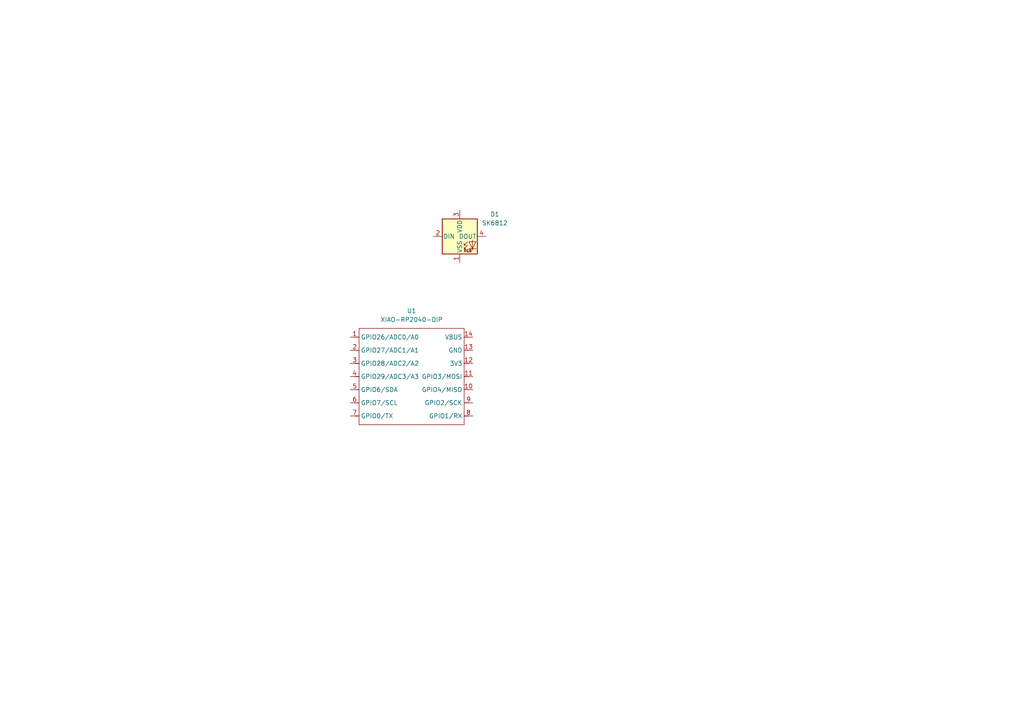
<source format=kicad_sch>
(kicad_sch (version 20250114) (generator "eeschema") (generator_version "9.0")
  (paper "A4")
  (lib_symbols
    (symbol "LED:SK6812" (pin_names (offset 0.254))
      (property "Reference" "D" (at 5.08 5.715 0))
      (property "Value" "SK6812" (at 1.27 -5.715 0))
      (symbol "SK6812_0_0"
        (text "RGB" (at 2.286 -4.191 0) (effects (font (size 0.762 0.762))))
      )
      (symbol "SK6812_0_1"
        (polyline (pts (xy 1.27 -2.54) (xy 1.778 -2.54)))
        (polyline (pts (xy 1.27 -3.556) (xy 1.778 -3.556)))
        (polyline (pts (xy 2.286 -1.524) (xy 1.27 -2.54) (xy 1.27 -2.032)))
        (polyline (pts (xy 2.286 -2.54) (xy 1.27 -3.556) (xy 1.27 -3.048)))
        (polyline (pts (xy 3.683 -1.016) (xy 3.683 -3.556) (xy 3.683 -4.064)))
        (polyline (pts (xy 4.699 -1.524) (xy 2.667 -1.524) (xy 3.683 -3.556) (xy 4.699 -1.524)))
        (polyline (pts (xy 4.699 -3.556) (xy 2.667 -3.556)))
        (rectangle (start 5.08 5.08) (end -5.08 -5.08) (stroke (width 0.254)) (fill (type background)))
      )
      (symbol "SK6812_1_1"
        (pin input line (at -7.62 0 0) (length 2.54) (name "DIN") (number "2"))
        (pin power_in line (at 0 7.62 270) (length 2.54) (name "VDD") (number "3"))
        (pin power_in line (at 0 -7.62 90) (length 2.54) (name "VSS") (number "1"))
        (pin output line (at 7.62 0 180) (length 2.54) (name "DOUT") (number "4"))
      )
    )
    (symbol "OPL Library:XIAO-RP2040-DIP"
      (property "Reference" "U" (at 0 0 0))
      (property "Value" "XIAO-RP2040-DIP" (at 5.334 -1.778 0))
      (symbol "XIAO-RP2040-DIP_1_0"
        (polyline (pts (xy -1.27 -2.54) (xy 29.21 -2.54)) (stroke (width 0.1524)))
        (polyline (pts (xy -1.27 -5.08) (xy -2.54 -5.08)) (stroke (width 0.1524)))
        (polyline (pts (xy -1.27 -5.08) (xy -1.27 -2.54)) (stroke (width 0.1524)))
        (polyline (pts (xy -1.27 -8.89) (xy -2.54 -8.89)) (stroke (width 0.1524)))
        (polyline (pts (xy -1.27 -8.89) (xy -1.27 -5.08)) (stroke (width 0.1524)))
        (polyline (pts (xy -1.27 -12.7) (xy -2.54 -12.7)) (stroke (width 0.1524)))
        (polyline (pts (xy -1.27 -12.7) (xy -1.27 -8.89)) (stroke (width 0.1524)))
        (polyline (pts (xy -1.27 -16.51) (xy -2.54 -16.51)) (stroke (width 0.1524)))
        (polyline (pts (xy -1.27 -16.51) (xy -1.27 -12.7)) (stroke (width 0.1524)))
        (polyline (pts (xy -1.27 -20.32) (xy -2.54 -20.32)) (stroke (width 0.1524)))
        (polyline (pts (xy -1.27 -24.13) (xy -2.54 -24.13)) (stroke (width 0.1524)))
        (polyline (pts (xy -1.27 -27.94) (xy -2.54 -27.94)) (stroke (width 0.1524)))
        (polyline (pts (xy -1.27 -30.48) (xy -1.27 -16.51)) (stroke (width 0.1524)))
        (polyline (pts (xy 29.21 -2.54) (xy 29.21 -5.08)) (stroke (width 0.1524)))
        (polyline (pts (xy 29.21 -5.08) (xy 29.21 -8.89)) (stroke (width 0.1524)))
        (polyline (pts (xy 29.21 -8.89) (xy 29.21 -12.7)) (stroke (width 0.1524)))
        (polyline (pts (xy 29.21 -12.7) (xy 29.21 -30.48)) (stroke (width 0.1524)))
        (polyline (pts (xy 29.21 -30.48) (xy -1.27 -30.48)) (stroke (width 0.1524)))
        (polyline (pts (xy 30.48 -5.08) (xy 29.21 -5.08)) (stroke (width 0.1524)))
        (polyline (pts (xy 30.48 -8.89) (xy 29.21 -8.89)) (stroke (width 0.1524)))
        (polyline (pts (xy 30.48 -12.7) (xy 29.21 -12.7)) (stroke (width 0.1524)))
        (polyline (pts (xy 30.48 -16.51) (xy 29.21 -16.51)) (stroke (width 0.1524)))
        (polyline (pts (xy 30.48 -20.32) (xy 29.21 -20.32)) (stroke (width 0.1524)))
        (polyline (pts (xy 30.48 -24.13) (xy 29.21 -24.13)) (stroke (width 0.1524)))
        (polyline (pts (xy 30.48 -27.94) (xy 29.21 -27.94)) (stroke (width 0.1524)))
        (pin passive line (at -3.81 -5.08 0) (length 2.54) (name "GPIO26/ADC0/A0") (number "1"))
        (pin passive line (at -3.81 -8.89 0) (length 2.54) (name "GPIO27/ADC1/A1") (number "2"))
        (pin passive line (at -3.81 -12.7 0) (length 2.54) (name "GPIO28/ADC2/A2") (number "3"))
        (pin passive line (at -3.81 -16.51 0) (length 2.54) (name "GPIO29/ADC3/A3") (number "4"))
        (pin passive line (at -3.81 -20.32 0) (length 2.54) (name "GPIO6/SDA") (number "5"))
        (pin passive line (at -3.81 -24.13 0) (length 2.54) (name "GPIO7/SCL") (number "6"))
        (pin passive line (at -3.81 -27.94 0) (length 2.54) (name "GPIO0/TX") (number "7"))
        (pin passive line (at 31.75 -5.08 180) (length 2.54) (name "VBUS") (number "14"))
        (pin passive line (at 31.75 -8.89 180) (length 2.54) (name "GND") (number "13"))
        (pin passive line (at 31.75 -12.7 180) (length 2.54) (name "3V3") (number "12"))
        (pin passive line (at 31.75 -16.51 180) (length 2.54) (name "GPIO3/MOSI") (number "11"))
        (pin passive line (at 31.75 -20.32 180) (length 2.54) (name "GPIO4/MISO") (number "10"))
        (pin passive line (at 31.75 -24.13 180) (length 2.54) (name "GPIO2/SCK") (number "9"))
        (pin passive line (at 31.75 -27.94 180) (length 2.54) (name "GPIO1/RX") (number "8"))
      )
    )
  )
  (symbol (lib_id "OPL Library:XIAO-RP2040-DIP") (at 105.41 92.71 0) (unit 1)
    (property "Reference" "U1" (at 119.38 90.17 0))
    (property "Value" "XIAO-RP2040-DIP" (at 119.38 92.71 0))
    (property "Footprint" "Module:MOUDLE14P-XIAO-DIP-SMD" (effects (hide yes)))
  )
  (symbol (lib_id "LED:SK6812") (at 133.35 68.58 0) (unit 1)
    (property "Reference" "D1" (at 143.51 62.1598 0))
    (property "Value" "SK6812" (at 143.51 64.6998 0))
    (property "Footprint" "LED_SMD:LED_SK6812_PLCC4_5.0x5.0mm_P3.2mm" (effects (hide yes)))
    (property "Datasheet" "https://cdn-shop.adafruit.com/product-files/1138/SK6812+LED+datasheet+.pdf" (effects (hide yes)))
    (property "Description" "RGB LED with integrated controller" (effects (hide yes)))
  )
)
</source>
